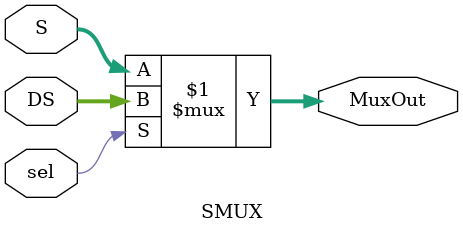
<source format=v>
`timescale 1ns / 1ps
module SMUX(S,DS,sel,MuxOut);
   input  [15:0] S;
   input  [15:0] DS;
   input         sel;
   output [15:0] MuxOut; wire [15:0] MuxOut;
   
   assign MuxOut = sel ? DS:S;   //DS = 1, S = 0


endmodule

</source>
